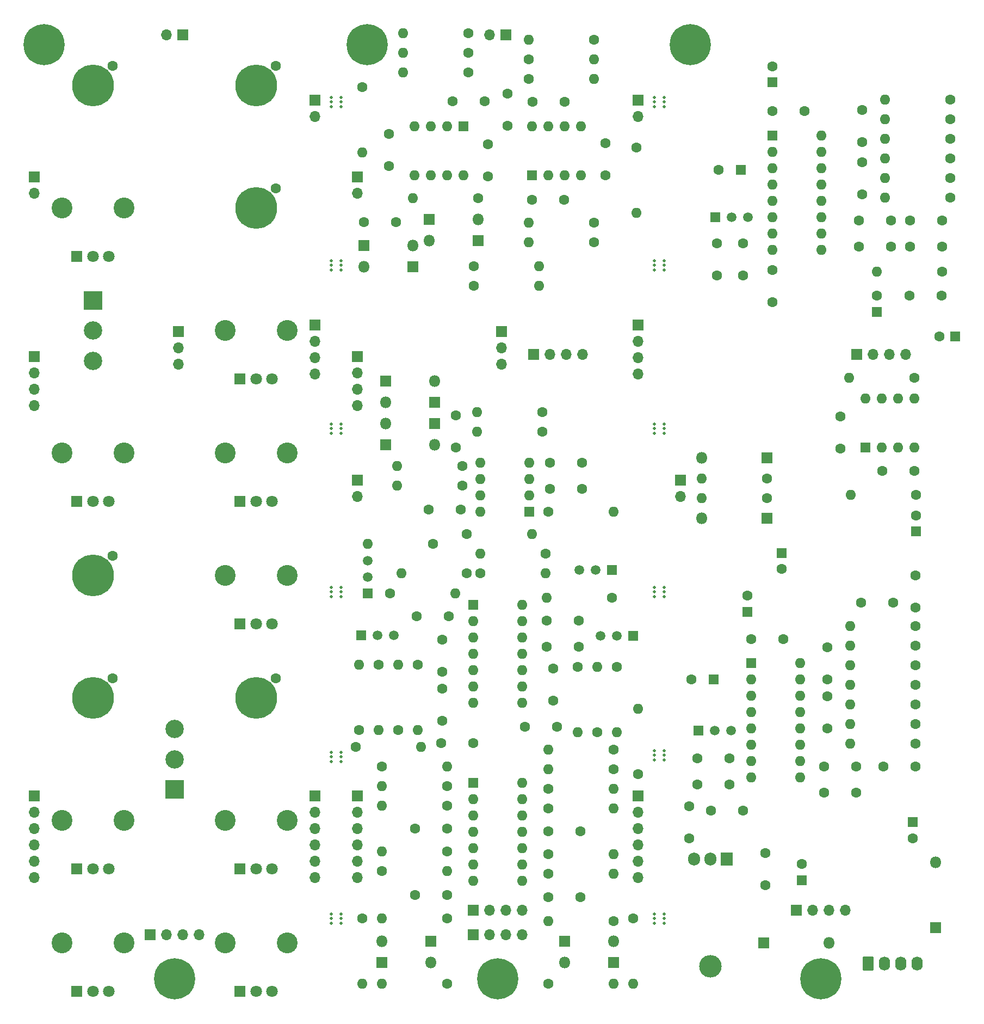
<source format=gts>
%TF.GenerationSoftware,KiCad,Pcbnew,(6.0.0-0)*%
%TF.CreationDate,2022-02-13T10:21:47+00:00*%
%TF.ProjectId,dual-digi-delay,6475616c-2d64-4696-9769-2d64656c6179,r04*%
%TF.SameCoordinates,Original*%
%TF.FileFunction,Soldermask,Top*%
%TF.FilePolarity,Negative*%
%FSLAX46Y46*%
G04 Gerber Fmt 4.6, Leading zero omitted, Abs format (unit mm)*
G04 Created by KiCad (PCBNEW (6.0.0-0)) date 2022-02-13 10:21:47*
%MOMM*%
%LPD*%
G01*
G04 APERTURE LIST*
G04 Aperture macros list*
%AMRoundRect*
0 Rectangle with rounded corners*
0 $1 Rounding radius*
0 $2 $3 $4 $5 $6 $7 $8 $9 X,Y pos of 4 corners*
0 Add a 4 corners polygon primitive as box body*
4,1,4,$2,$3,$4,$5,$6,$7,$8,$9,$2,$3,0*
0 Add four circle primitives for the rounded corners*
1,1,$1+$1,$2,$3*
1,1,$1+$1,$4,$5*
1,1,$1+$1,$6,$7*
1,1,$1+$1,$8,$9*
0 Add four rect primitives between the rounded corners*
20,1,$1+$1,$2,$3,$4,$5,0*
20,1,$1+$1,$4,$5,$6,$7,0*
20,1,$1+$1,$6,$7,$8,$9,0*
20,1,$1+$1,$8,$9,$2,$3,0*%
G04 Aperture macros list end*
%ADD10C,1.600000*%
%ADD11R,1.600000X1.600000*%
%ADD12R,1.800000X1.800000*%
%ADD13O,1.800000X1.800000*%
%ADD14R,1.500000X1.500000*%
%ADD15C,1.500000*%
%ADD16O,1.600000X1.600000*%
%ADD17C,3.240000*%
%ADD18C,1.800000*%
%ADD19C,6.500000*%
%ADD20R,1.700000X1.700000*%
%ADD21O,1.700000X1.700000*%
%ADD22R,2.850000X2.850000*%
%ADD23C,2.850000*%
%ADD24O,3.500000X3.500000*%
%ADD25R,1.905000X2.000000*%
%ADD26O,1.905000X2.000000*%
%ADD27C,6.400000*%
%ADD28C,0.500000*%
%ADD29RoundRect,0.250000X-0.620000X-0.845000X0.620000X-0.845000X0.620000X0.845000X-0.620000X0.845000X0*%
%ADD30O,1.740000X2.190000*%
G04 APERTURE END LIST*
D10*
%TO.C,C32*%
X131445000Y-62611000D03*
X131445000Y-67611000D03*
%TD*%
%TO.C,C26*%
X145081000Y-42037000D03*
X140081000Y-42037000D03*
%TD*%
D11*
%TO.C,C25*%
X140081000Y-37592000D03*
D10*
X140081000Y-35092000D03*
%TD*%
%TO.C,C35*%
X135509000Y-67611000D03*
X135509000Y-62611000D03*
%TD*%
D11*
%TO.C,C29*%
X135128000Y-51181000D03*
D10*
X131628000Y-51181000D03*
%TD*%
%TO.C,C37*%
X140081000Y-71802000D03*
X140081000Y-66802000D03*
%TD*%
%TO.C,C33*%
X153543000Y-63119000D03*
X158543000Y-63119000D03*
%TD*%
%TO.C,C27*%
X154051000Y-46863000D03*
X154051000Y-41863000D03*
%TD*%
D11*
%TO.C,C38*%
X156337000Y-73279000D03*
D10*
X156337000Y-70779000D03*
%TD*%
%TO.C,C30*%
X153543000Y-59055000D03*
X158543000Y-59055000D03*
%TD*%
%TO.C,C28*%
X154051000Y-49991000D03*
X154051000Y-54991000D03*
%TD*%
%TO.C,C34*%
X161497000Y-63119000D03*
X166497000Y-63119000D03*
%TD*%
%TO.C,C31*%
X161497000Y-59055000D03*
X166497000Y-59055000D03*
%TD*%
%TO.C,C36*%
X161370000Y-70739000D03*
X166370000Y-70739000D03*
%TD*%
D11*
%TO.C,C39*%
X168529000Y-77089000D03*
D10*
X166029000Y-77089000D03*
%TD*%
%TO.C,C51*%
X133350000Y-142748000D03*
X128350000Y-142748000D03*
%TD*%
%TO.C,C47*%
X141779000Y-124206000D03*
X136779000Y-124206000D03*
%TD*%
D11*
%TO.C,C46*%
X136144000Y-119927380D03*
D10*
X136144000Y-117427380D03*
%TD*%
%TO.C,C54*%
X128350000Y-146812000D03*
X133350000Y-146812000D03*
%TD*%
D11*
%TO.C,C48*%
X130937000Y-130429000D03*
D10*
X127437000Y-130429000D03*
%TD*%
%TO.C,C57*%
X130509000Y-150876000D03*
X135509000Y-150876000D03*
%TD*%
%TO.C,C55*%
X148082000Y-148082000D03*
X153082000Y-148082000D03*
%TD*%
%TO.C,C49*%
X148590000Y-130429000D03*
X148590000Y-125429000D03*
%TD*%
D11*
%TO.C,C43*%
X141478000Y-110784000D03*
D10*
X141478000Y-113284000D03*
%TD*%
%TO.C,C52*%
X148082000Y-144018000D03*
X153082000Y-144018000D03*
%TD*%
%TO.C,C50*%
X148590000Y-133049000D03*
X148590000Y-138049000D03*
%TD*%
%TO.C,C44*%
X162306000Y-114253000D03*
X162306000Y-119253000D03*
%TD*%
%TO.C,C53*%
X157306000Y-144018000D03*
X162306000Y-144018000D03*
%TD*%
%TO.C,C45*%
X153877000Y-118491000D03*
X158877000Y-118491000D03*
%TD*%
D11*
%TO.C,C42*%
X162433000Y-107442000D03*
D10*
X162433000Y-104942000D03*
%TD*%
D12*
%TO.C,D13*%
X139192000Y-96012000D03*
D13*
X129032000Y-96012000D03*
%TD*%
D12*
%TO.C,D14*%
X139192000Y-105410000D03*
D13*
X129032000Y-105410000D03*
%TD*%
D14*
%TO.C,Q5*%
X131191000Y-58547000D03*
D15*
X133731000Y-58547000D03*
X136271000Y-58547000D03*
%TD*%
D14*
%TO.C,Q6*%
X128524000Y-138430000D03*
D15*
X131064000Y-138430000D03*
X133604000Y-138430000D03*
%TD*%
D10*
%TO.C,R60*%
X139192000Y-99187000D03*
D16*
X129032000Y-99187000D03*
%TD*%
D10*
%TO.C,R52*%
X167767000Y-40259000D03*
D16*
X157607000Y-40259000D03*
%TD*%
D10*
%TO.C,R53*%
X167767000Y-43307000D03*
D16*
X157607000Y-43307000D03*
%TD*%
D10*
%TO.C,R58*%
X166497000Y-67056000D03*
D16*
X156337000Y-67056000D03*
%TD*%
D10*
%TO.C,R57*%
X167767000Y-55499000D03*
D16*
X157607000Y-55499000D03*
%TD*%
D10*
%TO.C,R56*%
X167767000Y-52451000D03*
D16*
X157607000Y-52451000D03*
%TD*%
D10*
%TO.C,R55*%
X167767000Y-49403000D03*
D16*
X157607000Y-49403000D03*
%TD*%
D10*
%TO.C,R54*%
X167767000Y-46355000D03*
D16*
X157607000Y-46355000D03*
%TD*%
D10*
%TO.C,R62*%
X139192000Y-102235000D03*
D16*
X129032000Y-102235000D03*
%TD*%
D10*
%TO.C,R64*%
X162306000Y-125222000D03*
D16*
X152146000Y-125222000D03*
%TD*%
D10*
%TO.C,R65*%
X162306000Y-128270000D03*
D16*
X152146000Y-128270000D03*
%TD*%
D10*
%TO.C,R63*%
X162306000Y-122174000D03*
D16*
X152146000Y-122174000D03*
%TD*%
D10*
%TO.C,R69*%
X162306000Y-140462000D03*
D16*
X152146000Y-140462000D03*
%TD*%
D10*
%TO.C,R68*%
X162306000Y-137414000D03*
D16*
X152146000Y-137414000D03*
%TD*%
D10*
%TO.C,R67*%
X162306000Y-134366000D03*
D16*
X152146000Y-134366000D03*
%TD*%
D10*
%TO.C,R66*%
X162306000Y-131318000D03*
D16*
X152146000Y-131318000D03*
%TD*%
D11*
%TO.C,U6*%
X140081000Y-45847000D03*
D16*
X140081000Y-48387000D03*
X140081000Y-50927000D03*
X140081000Y-53467000D03*
X140081000Y-56007000D03*
X140081000Y-58547000D03*
X140081000Y-61087000D03*
X140081000Y-63627000D03*
X147701000Y-63627000D03*
X147701000Y-61087000D03*
X147701000Y-58547000D03*
X147701000Y-56007000D03*
X147701000Y-53467000D03*
X147701000Y-50927000D03*
X147701000Y-48387000D03*
X147701000Y-45847000D03*
%TD*%
D11*
%TO.C,U8*%
X136779000Y-127889000D03*
D16*
X136779000Y-130429000D03*
X136779000Y-132969000D03*
X136779000Y-135509000D03*
X136779000Y-138049000D03*
X136779000Y-140589000D03*
X136779000Y-143129000D03*
X136779000Y-145669000D03*
X144399000Y-145669000D03*
X144399000Y-143129000D03*
X144399000Y-140589000D03*
X144399000Y-138049000D03*
X144399000Y-135509000D03*
X144399000Y-132969000D03*
X144399000Y-130429000D03*
X144399000Y-127889000D03*
%TD*%
D10*
%TO.C,C21*%
X84408000Y-153670000D03*
X89408000Y-153670000D03*
%TD*%
%TO.C,C22*%
X105156000Y-154051000D03*
X110156000Y-154051000D03*
%TD*%
%TO.C,C16*%
X88646000Y-129286000D03*
X88646000Y-124286000D03*
%TD*%
%TO.C,C15*%
X104902000Y-125349000D03*
X109902000Y-125349000D03*
%TD*%
%TO.C,C23*%
X84408000Y-163957000D03*
X89408000Y-163957000D03*
%TD*%
%TO.C,C19*%
X106553000Y-137795000D03*
X101553000Y-137795000D03*
%TD*%
%TO.C,C20*%
X93472000Y-140335000D03*
X88472000Y-140335000D03*
%TD*%
%TO.C,C17*%
X105918000Y-133731000D03*
X105918000Y-128731000D03*
%TD*%
%TO.C,C18*%
X88646000Y-136906000D03*
X88646000Y-131906000D03*
%TD*%
%TO.C,C14*%
X104902000Y-121285000D03*
X109902000Y-121285000D03*
%TD*%
%TO.C,C13*%
X89662000Y-120650000D03*
X84662000Y-120650000D03*
%TD*%
D11*
%TO.C,C60*%
X144653000Y-161671000D03*
D10*
X144653000Y-159171000D03*
%TD*%
D11*
%TO.C,C58*%
X161925000Y-152654000D03*
D10*
X161925000Y-155154000D03*
%TD*%
%TO.C,C59*%
X138938000Y-157433000D03*
X138938000Y-162433000D03*
%TD*%
%TO.C,C56*%
X127127000Y-150194000D03*
X127127000Y-155194000D03*
%TD*%
D12*
%TO.C,D15*%
X138684000Y-171450000D03*
D13*
X148844000Y-171450000D03*
%TD*%
D12*
%TO.C,D16*%
X165481000Y-169037000D03*
D13*
X165481000Y-158877000D03*
%TD*%
D17*
%TO.C,DELAY_CV_ATTV1*%
X39090000Y-152400001D03*
X29490000Y-152400001D03*
D12*
X31790000Y-159900001D03*
D18*
X34290000Y-159900001D03*
X36790000Y-159900001D03*
%TD*%
D17*
%TO.C,DELAY_TIME1*%
X39090000Y-171450000D03*
X29490000Y-171450000D03*
D12*
X31790000Y-178950000D03*
D18*
X34290000Y-178950000D03*
X36790000Y-178950000D03*
%TD*%
D17*
%TO.C,DELAY_CV_ATTV2*%
X54890001Y-152400001D03*
X64490001Y-152400001D03*
D12*
X57190001Y-159900001D03*
D18*
X59690001Y-159900001D03*
X62190001Y-159900001D03*
%TD*%
D17*
%TO.C,DELAY_TIME2*%
X64490000Y-171450000D03*
X54890000Y-171450000D03*
D12*
X57190000Y-178950000D03*
D18*
X59690000Y-178950000D03*
X62190000Y-178950000D03*
%TD*%
D19*
%TO.C,J6*%
X59690001Y-133350000D03*
D10*
X62738001Y-130302000D03*
%TD*%
D19*
%TO.C,J3*%
X34290000Y-133350000D03*
D10*
X37338000Y-130302000D03*
%TD*%
D20*
%TO.C,J15*%
X93472000Y-170180000D03*
D21*
X96012000Y-170180000D03*
X98552000Y-170180000D03*
X101092000Y-170180000D03*
%TD*%
D14*
%TO.C,Q4*%
X118364000Y-123698000D03*
D15*
X115824000Y-123698000D03*
X113284000Y-123698000D03*
%TD*%
D14*
%TO.C,Q3*%
X76073000Y-123571000D03*
D15*
X78613000Y-123571000D03*
X81153000Y-123571000D03*
%TD*%
D14*
%TO.C,Q1*%
X115062000Y-113411000D03*
D15*
X112522000Y-113411000D03*
X109982000Y-113411000D03*
%TD*%
D14*
%TO.C,Q2*%
X77089000Y-117094000D03*
D15*
X77089000Y-114554000D03*
X77089000Y-112014000D03*
%TD*%
D10*
%TO.C,R42*%
X89408000Y-157226000D03*
D16*
X79248000Y-157226000D03*
%TD*%
D10*
%TO.C,R47*%
X89408000Y-167640000D03*
D16*
X79248000Y-167640000D03*
%TD*%
D10*
%TO.C,R49*%
X115316000Y-168021000D03*
D16*
X105156000Y-168021000D03*
%TD*%
D10*
%TO.C,R37*%
X119126000Y-145161000D03*
D16*
X119126000Y-135001000D03*
%TD*%
D10*
%TO.C,R45*%
X105156000Y-160655000D03*
D16*
X115316000Y-160655000D03*
%TD*%
D10*
%TO.C,R44*%
X79248000Y-160274000D03*
D16*
X89408000Y-160274000D03*
%TD*%
D10*
%TO.C,R38*%
X89408000Y-147066000D03*
D16*
X79248000Y-147066000D03*
%TD*%
D10*
%TO.C,R39*%
X105156000Y-147447000D03*
D16*
X115316000Y-147447000D03*
%TD*%
D10*
%TO.C,R35*%
X79248000Y-144018000D03*
D16*
X89408000Y-144018000D03*
%TD*%
D10*
%TO.C,R43*%
X105156000Y-157607000D03*
D16*
X115316000Y-157607000D03*
%TD*%
D10*
%TO.C,R31*%
X81788000Y-138303000D03*
D16*
X81788000Y-128143000D03*
%TD*%
D10*
%TO.C,R34*%
X115316000Y-141351000D03*
D16*
X105156000Y-141351000D03*
%TD*%
D10*
%TO.C,R33*%
X75184000Y-140970000D03*
D16*
X85344000Y-140970000D03*
%TD*%
D10*
%TO.C,R28*%
X109728000Y-128524000D03*
D16*
X109728000Y-138684000D03*
%TD*%
D10*
%TO.C,R36*%
X115316000Y-144399000D03*
D16*
X105156000Y-144399000D03*
%TD*%
D10*
%TO.C,R21*%
X104775000Y-110871000D03*
D16*
X94615000Y-110871000D03*
%TD*%
D10*
%TO.C,R27*%
X84836000Y-128143000D03*
D16*
X84836000Y-138303000D03*
%TD*%
D10*
%TO.C,R29*%
X115824000Y-128524000D03*
D16*
X115824000Y-138684000D03*
%TD*%
D10*
%TO.C,R26*%
X78740000Y-128143000D03*
D16*
X78740000Y-138303000D03*
%TD*%
D10*
%TO.C,R32*%
X112776000Y-138684000D03*
D16*
X112776000Y-128524000D03*
%TD*%
D10*
%TO.C,R30*%
X75692000Y-138303000D03*
D16*
X75692000Y-128143000D03*
%TD*%
D10*
%TO.C,R23*%
X94615000Y-113919000D03*
D16*
X104775000Y-113919000D03*
%TD*%
D10*
%TO.C,R25*%
X115062000Y-117729000D03*
D16*
X104902000Y-117729000D03*
%TD*%
D10*
%TO.C,R22*%
X92456000Y-113919000D03*
D16*
X82296000Y-113919000D03*
%TD*%
D10*
%TO.C,R24*%
X80518000Y-117094000D03*
D16*
X90678000Y-117094000D03*
%TD*%
D10*
%TO.C,R19*%
X92456000Y-107823000D03*
D16*
X102616000Y-107823000D03*
%TD*%
D10*
%TO.C,R20*%
X87249000Y-109347000D03*
D16*
X77089000Y-109347000D03*
%TD*%
D22*
%TO.C,SW2*%
X46990001Y-147575000D03*
D23*
X46990001Y-142875000D03*
X46990001Y-138175000D03*
%TD*%
D11*
%TO.C,U4*%
X93472000Y-118872000D03*
D16*
X93472000Y-121412000D03*
X93472000Y-123952000D03*
X93472000Y-126492000D03*
X93472000Y-129032000D03*
X93472000Y-131572000D03*
X93472000Y-134112000D03*
X101092000Y-134112000D03*
X101092000Y-131572000D03*
X101092000Y-129032000D03*
X101092000Y-126492000D03*
X101092000Y-123952000D03*
X101092000Y-121412000D03*
X101092000Y-118872000D03*
%TD*%
D24*
%TO.C,U9*%
X130429000Y-175029000D03*
D25*
X132969000Y-158369000D03*
D26*
X130429000Y-158369000D03*
X127889000Y-158369000D03*
%TD*%
D10*
%TO.C,C3*%
X102696000Y-40640000D03*
X107696000Y-40640000D03*
%TD*%
%TO.C,C1*%
X98806000Y-39370000D03*
X98806000Y-44370000D03*
%TD*%
%TO.C,C6*%
X114046000Y-52070000D03*
X114046000Y-47070000D03*
%TD*%
%TO.C,C7*%
X102616000Y-55880000D03*
X107616000Y-55880000D03*
%TD*%
%TO.C,R3*%
X102108000Y-34036000D03*
D16*
X112268000Y-34036000D03*
%TD*%
D10*
%TO.C,R6*%
X102108000Y-37084000D03*
D16*
X112268000Y-37084000D03*
%TD*%
D10*
%TO.C,R11*%
X112268000Y-62484000D03*
D16*
X102108000Y-62484000D03*
%TD*%
D10*
%TO.C,R10*%
X112268000Y-59436000D03*
D16*
X102108000Y-59436000D03*
%TD*%
D17*
%TO.C,DRY_LEVEL1*%
X64490001Y-114300001D03*
X54890001Y-114300001D03*
D12*
X57190001Y-121800001D03*
D18*
X59690001Y-121800001D03*
X62190001Y-121800001D03*
%TD*%
D17*
%TO.C,FEEDBACK1*%
X29490000Y-57150000D03*
X39090000Y-57150000D03*
D12*
X31790000Y-64650000D03*
D18*
X34290000Y-64650000D03*
X36790000Y-64650000D03*
%TD*%
D17*
%TO.C,INPUT_GAIN1*%
X29490000Y-95250000D03*
X39090000Y-95250000D03*
D12*
X31790000Y-102750000D03*
D18*
X34290000Y-102750000D03*
X36790000Y-102750000D03*
%TD*%
D10*
%TO.C,J2*%
X37338000Y-111252000D03*
D19*
X34290000Y-114300000D03*
%TD*%
D10*
%TO.C,J1*%
X37338000Y-35052000D03*
D19*
X34290000Y-38100000D03*
%TD*%
%TO.C,J5*%
X59690001Y-38100000D03*
D10*
X62738001Y-35052000D03*
%TD*%
%TO.C,J4*%
X62738000Y-54102000D03*
D19*
X59690000Y-57150000D03*
%TD*%
D22*
%TO.C,SW1*%
X34290000Y-71500000D03*
D23*
X34290000Y-76200000D03*
X34290000Y-80900000D03*
%TD*%
D17*
%TO.C,WET_LEVEL1*%
X64490001Y-76200000D03*
X54890001Y-76200000D03*
D12*
X57190001Y-83700000D03*
D18*
X59690001Y-83700000D03*
X62190001Y-83700000D03*
%TD*%
D17*
%TO.C,WET_LEVEL2*%
X54890001Y-95250000D03*
X64490001Y-95250000D03*
D12*
X57190001Y-102750000D03*
D18*
X59690001Y-102750000D03*
X62190001Y-102750000D03*
%TD*%
D20*
%TO.C,J18*%
X125730000Y-99441000D03*
D21*
X125730000Y-101981000D03*
%TD*%
D10*
%TO.C,C2*%
X95250000Y-40513000D03*
X90250000Y-40513000D03*
%TD*%
%TO.C,C5*%
X95758000Y-47244000D03*
X95758000Y-52244000D03*
%TD*%
%TO.C,C4*%
X80391000Y-45593000D03*
X80391000Y-50593000D03*
%TD*%
%TO.C,C12*%
X86567000Y-104013000D03*
X91567000Y-104013000D03*
%TD*%
%TO.C,C10*%
X105410000Y-96774000D03*
X110410000Y-96774000D03*
%TD*%
D12*
%TO.C,D4*%
X84074000Y-66294000D03*
D13*
X76454000Y-66294000D03*
%TD*%
D12*
%TO.C,D2*%
X94234000Y-62230000D03*
D13*
X86614000Y-62230000D03*
%TD*%
D12*
%TO.C,D3*%
X76454000Y-62992000D03*
D13*
X84074000Y-62992000D03*
%TD*%
D12*
%TO.C,D1*%
X86614000Y-58928000D03*
D13*
X94234000Y-58928000D03*
%TD*%
D12*
%TO.C,D8*%
X79883000Y-93980000D03*
D13*
X87503000Y-93980000D03*
%TD*%
D12*
%TO.C,D6*%
X87503000Y-87376000D03*
D13*
X79883000Y-87376000D03*
%TD*%
D12*
%TO.C,D7*%
X87503000Y-90678000D03*
D13*
X79883000Y-90678000D03*
%TD*%
D12*
%TO.C,D5*%
X79883000Y-84074000D03*
D13*
X87503000Y-84074000D03*
%TD*%
D10*
%TO.C,R13*%
X93599000Y-69215000D03*
D16*
X103759000Y-69215000D03*
%TD*%
D10*
%TO.C,R12*%
X93599000Y-66167000D03*
D16*
X103759000Y-66167000D03*
%TD*%
D10*
%TO.C,R9*%
X94234000Y-55626000D03*
D16*
X84074000Y-55626000D03*
%TD*%
D10*
%TO.C,R7*%
X76200000Y-38354000D03*
D16*
X76200000Y-48514000D03*
%TD*%
D10*
%TO.C,R2*%
X92710000Y-33020000D03*
D16*
X82550000Y-33020000D03*
%TD*%
D10*
%TO.C,R5*%
X92710000Y-36068000D03*
D16*
X82550000Y-36068000D03*
%TD*%
D10*
%TO.C,R1*%
X92710000Y-29972000D03*
D16*
X82550000Y-29972000D03*
%TD*%
D10*
%TO.C,R16*%
X91821000Y-97282000D03*
D16*
X81661000Y-97282000D03*
%TD*%
D10*
%TO.C,R17*%
X91821000Y-100330000D03*
D16*
X81661000Y-100330000D03*
%TD*%
D10*
%TO.C,R14*%
X104267000Y-88900000D03*
D16*
X94107000Y-88900000D03*
%TD*%
D10*
%TO.C,R15*%
X104267000Y-91948000D03*
D16*
X94107000Y-91948000D03*
%TD*%
D10*
%TO.C,R18*%
X105156000Y-104394000D03*
D16*
X115316000Y-104394000D03*
%TD*%
D11*
%TO.C,U1*%
X91948000Y-44450000D03*
D16*
X89408000Y-44450000D03*
X86868000Y-44450000D03*
X84328000Y-44450000D03*
X84328000Y-52070000D03*
X86868000Y-52070000D03*
X89408000Y-52070000D03*
X91948000Y-52070000D03*
%TD*%
D11*
%TO.C,U3*%
X102235000Y-104394000D03*
D16*
X102235000Y-101854000D03*
X102235000Y-99314000D03*
X102235000Y-96774000D03*
X94615000Y-96774000D03*
X94615000Y-99314000D03*
X94615000Y-101854000D03*
X94615000Y-104394000D03*
%TD*%
D20*
%TO.C,J12*%
X75438000Y-80264000D03*
D21*
X75438000Y-82804000D03*
X75438000Y-85344000D03*
X75438000Y-87884000D03*
%TD*%
D20*
%TO.C,J19*%
X143764000Y-166370000D03*
D21*
X146304000Y-166370000D03*
X148844000Y-166370000D03*
X151384000Y-166370000D03*
%TD*%
D20*
%TO.C,J8*%
X119126000Y-40386000D03*
D21*
X119126000Y-42926000D03*
%TD*%
D20*
%TO.C,J7*%
X98552000Y-30226000D03*
D21*
X96012000Y-30226000D03*
%TD*%
D20*
%TO.C,J9*%
X75438000Y-52324000D03*
D21*
X75438000Y-54864000D03*
%TD*%
D27*
%TO.C,H1*%
X26670000Y-31750000D03*
%TD*%
%TO.C,H2*%
X46990000Y-177038000D03*
%TD*%
%TO.C,H9*%
X76962000Y-31750000D03*
%TD*%
%TO.C,H10*%
X97282000Y-177038000D03*
%TD*%
%TO.C,H17*%
X127254000Y-31750000D03*
%TD*%
%TO.C,H18*%
X147574000Y-177038000D03*
%TD*%
D10*
%TO.C,R4*%
X112268000Y-30988000D03*
D16*
X102108000Y-30988000D03*
%TD*%
D10*
%TO.C,R8*%
X118872000Y-47752000D03*
D16*
X118872000Y-57912000D03*
%TD*%
D11*
%TO.C,U2*%
X102616000Y-52070000D03*
D16*
X105156000Y-52070000D03*
X107696000Y-52070000D03*
X110236000Y-52070000D03*
X110236000Y-44450000D03*
X107696000Y-44450000D03*
X105156000Y-44450000D03*
X102616000Y-44450000D03*
%TD*%
D20*
%TO.C,J16*%
X102870000Y-79883000D03*
D21*
X105410000Y-79883000D03*
X107950000Y-79883000D03*
X110490000Y-79883000D03*
%TD*%
D20*
%TO.C,J17*%
X153162000Y-79883000D03*
D21*
X155702000Y-79883000D03*
X158242000Y-79883000D03*
X160782000Y-79883000D03*
%TD*%
D10*
%TO.C,C24*%
X110156000Y-164338000D03*
X105156000Y-164338000D03*
%TD*%
D12*
%TO.C,D9*%
X86868000Y-171196000D03*
D13*
X79248000Y-171196000D03*
%TD*%
D12*
%TO.C,D11*%
X79248000Y-174498000D03*
D13*
X86868000Y-174498000D03*
%TD*%
D12*
%TO.C,D10*%
X107696000Y-171196000D03*
D13*
X115316000Y-171196000D03*
%TD*%
D12*
%TO.C,D12*%
X115316000Y-174498000D03*
D13*
X107696000Y-174498000D03*
%TD*%
D10*
%TO.C,R46*%
X76200000Y-167640000D03*
D16*
X76200000Y-177800000D03*
%TD*%
D10*
%TO.C,R50*%
X89408000Y-177800000D03*
D16*
X79248000Y-177800000D03*
%TD*%
D10*
%TO.C,R48*%
X118364000Y-167640000D03*
D16*
X118364000Y-177800000D03*
%TD*%
D10*
%TO.C,R51*%
X105156000Y-177800000D03*
D16*
X115316000Y-177800000D03*
%TD*%
D10*
%TO.C,R41*%
X105156000Y-150495000D03*
D16*
X115316000Y-150495000D03*
%TD*%
D10*
%TO.C,R40*%
X89408000Y-150114000D03*
D16*
X79248000Y-150114000D03*
%TD*%
D11*
%TO.C,U5*%
X93472000Y-146558000D03*
D16*
X93472000Y-149098000D03*
X93472000Y-151638000D03*
X93472000Y-154178000D03*
X93472000Y-156718000D03*
X93472000Y-159258000D03*
X93472000Y-161798000D03*
X101092000Y-161798000D03*
X101092000Y-159258000D03*
X101092000Y-156718000D03*
X101092000Y-154178000D03*
X101092000Y-151638000D03*
X101092000Y-149098000D03*
X101092000Y-146558000D03*
%TD*%
D20*
%TO.C,J13*%
X75438000Y-148590000D03*
D21*
X75438000Y-151130000D03*
X75438000Y-153670000D03*
X75438000Y-156210000D03*
X75438000Y-158750000D03*
X75438000Y-161290000D03*
%TD*%
D20*
%TO.C,J14*%
X119126000Y-148590000D03*
D21*
X119126000Y-151130000D03*
X119126000Y-153670000D03*
X119126000Y-156210000D03*
X119126000Y-158750000D03*
X119126000Y-161290000D03*
%TD*%
D10*
%TO.C,C9*%
X90805000Y-89361000D03*
X90805000Y-94361000D03*
%TD*%
%TO.C,C11*%
X110410000Y-100838000D03*
X105410000Y-100838000D03*
%TD*%
%TO.C,C8*%
X76454000Y-59309000D03*
X81454000Y-59309000D03*
%TD*%
%TO.C,C40*%
X150622000Y-94535000D03*
X150622000Y-89535000D03*
%TD*%
%TO.C,C41*%
X162179000Y-98044000D03*
X157179000Y-98044000D03*
%TD*%
%TO.C,R59*%
X162179000Y-83566000D03*
D16*
X152019000Y-83566000D03*
%TD*%
D10*
%TO.C,R61*%
X162433000Y-101727000D03*
D16*
X152273000Y-101727000D03*
%TD*%
D11*
%TO.C,U7*%
X154559000Y-94361000D03*
D16*
X157099000Y-94361000D03*
X159639000Y-94361000D03*
X162179000Y-94361000D03*
X162179000Y-86741000D03*
X159639000Y-86741000D03*
X157099000Y-86741000D03*
X154559000Y-86741000D03*
%TD*%
D28*
%TO.C,H8*%
X72886000Y-166890000D03*
X71386000Y-168390000D03*
X72886000Y-167640000D03*
X71386000Y-166890000D03*
X71386000Y-167640000D03*
X72886000Y-168390000D03*
%TD*%
%TO.C,H13*%
X121678000Y-91440000D03*
X123178000Y-92190000D03*
X123178000Y-90690000D03*
X123178000Y-91440000D03*
X121678000Y-90690000D03*
X121678000Y-92190000D03*
%TD*%
%TO.C,H14*%
X123178000Y-117590000D03*
X123178000Y-116840000D03*
X121678000Y-116840000D03*
X121678000Y-116090000D03*
X121678000Y-117590000D03*
X123178000Y-116090000D03*
%TD*%
%TO.C,H7*%
X71386000Y-141744000D03*
X71386000Y-142494000D03*
X72886000Y-143244000D03*
X72886000Y-141744000D03*
X71386000Y-143244000D03*
X72886000Y-142494000D03*
%TD*%
%TO.C,H5*%
X72886000Y-92190000D03*
X72886000Y-91440000D03*
X71386000Y-92190000D03*
X71386000Y-91440000D03*
X71386000Y-90690000D03*
X72886000Y-90690000D03*
%TD*%
%TO.C,H11*%
X123178000Y-39890000D03*
X121678000Y-40640000D03*
X121678000Y-41390000D03*
X121678000Y-39890000D03*
X123178000Y-40640000D03*
X123178000Y-41390000D03*
%TD*%
%TO.C,H3*%
X71386000Y-39890000D03*
X71386000Y-41390000D03*
X72886000Y-41390000D03*
X72886000Y-40640000D03*
X72886000Y-39890000D03*
X71386000Y-40640000D03*
%TD*%
%TO.C,H6*%
X71386000Y-117590000D03*
X71386000Y-116090000D03*
X72886000Y-117590000D03*
X71386000Y-116840000D03*
X72886000Y-116090000D03*
X72886000Y-116840000D03*
%TD*%
%TO.C,H16*%
X121678000Y-168390000D03*
X123178000Y-168390000D03*
X121678000Y-167640000D03*
X121678000Y-166890000D03*
X123178000Y-166890000D03*
X123178000Y-167640000D03*
%TD*%
%TO.C,H12*%
X123178000Y-65290000D03*
X121678000Y-66790000D03*
X123178000Y-66040000D03*
X121678000Y-65290000D03*
X123178000Y-66790000D03*
X121678000Y-66040000D03*
%TD*%
%TO.C,H4*%
X71386000Y-66040000D03*
X72886000Y-66790000D03*
X72886000Y-66040000D03*
X71386000Y-65290000D03*
X72886000Y-65290000D03*
X71386000Y-66790000D03*
%TD*%
%TO.C,H15*%
X123178000Y-141490000D03*
X121678000Y-142990000D03*
X121678000Y-142240000D03*
X121678000Y-141490000D03*
X123178000Y-142990000D03*
X123178000Y-142240000D03*
%TD*%
D20*
%TO.C,J10*%
X119126000Y-75311000D03*
D21*
X119126000Y-77851000D03*
X119126000Y-80391000D03*
X119126000Y-82931000D03*
%TD*%
D20*
%TO.C,J11*%
X97917000Y-76327000D03*
D21*
X97917000Y-78867000D03*
X97917000Y-81407000D03*
%TD*%
D20*
%TO.C,J23*%
X75438000Y-99441000D03*
D21*
X75438000Y-101981000D03*
%TD*%
D20*
%TO.C,J30*%
X43180000Y-170180000D03*
D21*
X45720000Y-170180000D03*
X48260000Y-170180000D03*
X50800000Y-170180000D03*
%TD*%
D20*
%TO.C,J32*%
X25146000Y-80264000D03*
D21*
X25146000Y-82804000D03*
X25146000Y-85344000D03*
X25146000Y-87884000D03*
%TD*%
D20*
%TO.C,J24*%
X93472000Y-166370000D03*
D21*
X96012000Y-166370000D03*
X98552000Y-166370000D03*
X101092000Y-166370000D03*
%TD*%
D29*
%TO.C,J20*%
X154940000Y-174625000D03*
D30*
X157480000Y-174625000D03*
X160020000Y-174625000D03*
X162560000Y-174625000D03*
%TD*%
D20*
%TO.C,J25*%
X68834000Y-40386000D03*
D21*
X68834000Y-42926000D03*
%TD*%
D20*
%TO.C,J28*%
X48260000Y-30226000D03*
D21*
X45720000Y-30226000D03*
%TD*%
D20*
%TO.C,J31*%
X25146000Y-52324000D03*
D21*
X25146000Y-54864000D03*
%TD*%
D20*
%TO.C,J33*%
X25146000Y-148590000D03*
D21*
X25146000Y-151130000D03*
X25146000Y-153670000D03*
X25146000Y-156210000D03*
X25146000Y-158750000D03*
X25146000Y-161290000D03*
%TD*%
D20*
%TO.C,J27*%
X68834000Y-148590000D03*
D21*
X68834000Y-151130000D03*
X68834000Y-153670000D03*
X68834000Y-156210000D03*
X68834000Y-158750000D03*
X68834000Y-161290000D03*
%TD*%
D20*
%TO.C,J26*%
X68834000Y-75311000D03*
D21*
X68834000Y-77851000D03*
X68834000Y-80391000D03*
X68834000Y-82931000D03*
%TD*%
D20*
%TO.C,J29*%
X47625000Y-76327000D03*
D21*
X47625000Y-78867000D03*
X47625000Y-81407000D03*
%TD*%
M02*

</source>
